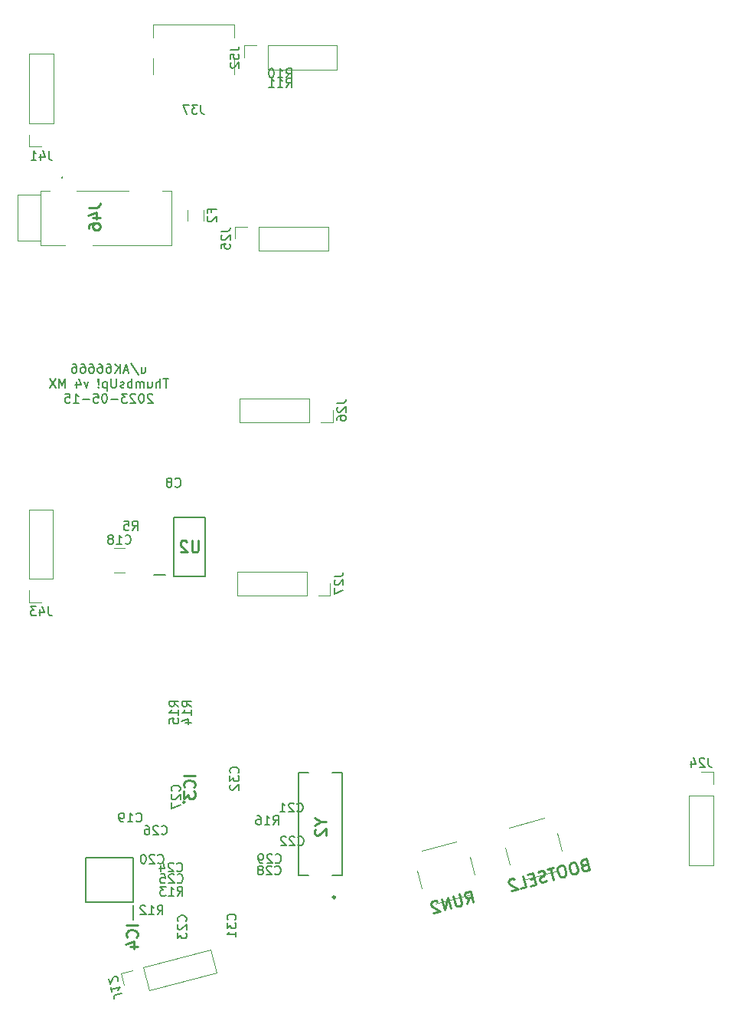
<source format=gbr>
G04 #@! TF.GenerationSoftware,KiCad,Pcbnew,(5.1.4)-1*
G04 #@! TF.CreationDate,2023-06-13T20:26:26-04:00*
G04 #@! TF.ProjectId,ThumbsUp,5468756d-6273-4557-902e-6b696361645f,rev?*
G04 #@! TF.SameCoordinates,Original*
G04 #@! TF.FileFunction,Legend,Bot*
G04 #@! TF.FilePolarity,Positive*
%FSLAX46Y46*%
G04 Gerber Fmt 4.6, Leading zero omitted, Abs format (unit mm)*
G04 Created by KiCad (PCBNEW (5.1.4)-1) date 2023-06-13 20:26:26*
%MOMM*%
%LPD*%
G04 APERTURE LIST*
%ADD10C,0.150000*%
%ADD11C,0.100000*%
%ADD12C,0.200000*%
%ADD13C,0.120000*%
%ADD14C,0.254000*%
G04 APERTURE END LIST*
D10*
X166519047Y-405035714D02*
X166519047Y-405702380D01*
X166947619Y-405035714D02*
X166947619Y-405559523D01*
X166900000Y-405654761D01*
X166804761Y-405702380D01*
X166661904Y-405702380D01*
X166566666Y-405654761D01*
X166519047Y-405607142D01*
X165328571Y-404654761D02*
X166185714Y-405940476D01*
X165042857Y-405416666D02*
X164566666Y-405416666D01*
X165138095Y-405702380D02*
X164804761Y-404702380D01*
X164471428Y-405702380D01*
X164138095Y-405702380D02*
X164138095Y-404702380D01*
X163566666Y-405702380D02*
X163995238Y-405130952D01*
X163566666Y-404702380D02*
X164138095Y-405273809D01*
X162709523Y-404702380D02*
X162900000Y-404702380D01*
X162995238Y-404750000D01*
X163042857Y-404797619D01*
X163138095Y-404940476D01*
X163185714Y-405130952D01*
X163185714Y-405511904D01*
X163138095Y-405607142D01*
X163090476Y-405654761D01*
X162995238Y-405702380D01*
X162804761Y-405702380D01*
X162709523Y-405654761D01*
X162661904Y-405607142D01*
X162614285Y-405511904D01*
X162614285Y-405273809D01*
X162661904Y-405178571D01*
X162709523Y-405130952D01*
X162804761Y-405083333D01*
X162995238Y-405083333D01*
X163090476Y-405130952D01*
X163138095Y-405178571D01*
X163185714Y-405273809D01*
X161757142Y-404702380D02*
X161947619Y-404702380D01*
X162042857Y-404750000D01*
X162090476Y-404797619D01*
X162185714Y-404940476D01*
X162233333Y-405130952D01*
X162233333Y-405511904D01*
X162185714Y-405607142D01*
X162138095Y-405654761D01*
X162042857Y-405702380D01*
X161852380Y-405702380D01*
X161757142Y-405654761D01*
X161709523Y-405607142D01*
X161661904Y-405511904D01*
X161661904Y-405273809D01*
X161709523Y-405178571D01*
X161757142Y-405130952D01*
X161852380Y-405083333D01*
X162042857Y-405083333D01*
X162138095Y-405130952D01*
X162185714Y-405178571D01*
X162233333Y-405273809D01*
X160804761Y-404702380D02*
X160995238Y-404702380D01*
X161090476Y-404750000D01*
X161138095Y-404797619D01*
X161233333Y-404940476D01*
X161280952Y-405130952D01*
X161280952Y-405511904D01*
X161233333Y-405607142D01*
X161185714Y-405654761D01*
X161090476Y-405702380D01*
X160900000Y-405702380D01*
X160804761Y-405654761D01*
X160757142Y-405607142D01*
X160709523Y-405511904D01*
X160709523Y-405273809D01*
X160757142Y-405178571D01*
X160804761Y-405130952D01*
X160900000Y-405083333D01*
X161090476Y-405083333D01*
X161185714Y-405130952D01*
X161233333Y-405178571D01*
X161280952Y-405273809D01*
X159852380Y-404702380D02*
X160042857Y-404702380D01*
X160138095Y-404750000D01*
X160185714Y-404797619D01*
X160280952Y-404940476D01*
X160328571Y-405130952D01*
X160328571Y-405511904D01*
X160280952Y-405607142D01*
X160233333Y-405654761D01*
X160138095Y-405702380D01*
X159947619Y-405702380D01*
X159852380Y-405654761D01*
X159804761Y-405607142D01*
X159757142Y-405511904D01*
X159757142Y-405273809D01*
X159804761Y-405178571D01*
X159852380Y-405130952D01*
X159947619Y-405083333D01*
X160138095Y-405083333D01*
X160233333Y-405130952D01*
X160280952Y-405178571D01*
X160328571Y-405273809D01*
X158900000Y-404702380D02*
X159090476Y-404702380D01*
X159185714Y-404750000D01*
X159233333Y-404797619D01*
X159328571Y-404940476D01*
X159376190Y-405130952D01*
X159376190Y-405511904D01*
X159328571Y-405607142D01*
X159280952Y-405654761D01*
X159185714Y-405702380D01*
X158995238Y-405702380D01*
X158900000Y-405654761D01*
X158852380Y-405607142D01*
X158804761Y-405511904D01*
X158804761Y-405273809D01*
X158852380Y-405178571D01*
X158900000Y-405130952D01*
X158995238Y-405083333D01*
X159185714Y-405083333D01*
X159280952Y-405130952D01*
X159328571Y-405178571D01*
X159376190Y-405273809D01*
X169495238Y-406352380D02*
X168923809Y-406352380D01*
X169209523Y-407352380D02*
X169209523Y-406352380D01*
X168590476Y-407352380D02*
X168590476Y-406352380D01*
X168161904Y-407352380D02*
X168161904Y-406828571D01*
X168209523Y-406733333D01*
X168304761Y-406685714D01*
X168447619Y-406685714D01*
X168542857Y-406733333D01*
X168590476Y-406780952D01*
X167257142Y-406685714D02*
X167257142Y-407352380D01*
X167685714Y-406685714D02*
X167685714Y-407209523D01*
X167638095Y-407304761D01*
X167542857Y-407352380D01*
X167400000Y-407352380D01*
X167304761Y-407304761D01*
X167257142Y-407257142D01*
X166780952Y-407352380D02*
X166780952Y-406685714D01*
X166780952Y-406780952D02*
X166733333Y-406733333D01*
X166638095Y-406685714D01*
X166495238Y-406685714D01*
X166400000Y-406733333D01*
X166352380Y-406828571D01*
X166352380Y-407352380D01*
X166352380Y-406828571D02*
X166304761Y-406733333D01*
X166209523Y-406685714D01*
X166066666Y-406685714D01*
X165971428Y-406733333D01*
X165923809Y-406828571D01*
X165923809Y-407352380D01*
X165447619Y-407352380D02*
X165447619Y-406352380D01*
X165447619Y-406733333D02*
X165352380Y-406685714D01*
X165161904Y-406685714D01*
X165066666Y-406733333D01*
X165019047Y-406780952D01*
X164971428Y-406876190D01*
X164971428Y-407161904D01*
X165019047Y-407257142D01*
X165066666Y-407304761D01*
X165161904Y-407352380D01*
X165352380Y-407352380D01*
X165447619Y-407304761D01*
X164590476Y-407304761D02*
X164495238Y-407352380D01*
X164304761Y-407352380D01*
X164209523Y-407304761D01*
X164161904Y-407209523D01*
X164161904Y-407161904D01*
X164209523Y-407066666D01*
X164304761Y-407019047D01*
X164447619Y-407019047D01*
X164542857Y-406971428D01*
X164590476Y-406876190D01*
X164590476Y-406828571D01*
X164542857Y-406733333D01*
X164447619Y-406685714D01*
X164304761Y-406685714D01*
X164209523Y-406733333D01*
X163733333Y-406352380D02*
X163733333Y-407161904D01*
X163685714Y-407257142D01*
X163638095Y-407304761D01*
X163542857Y-407352380D01*
X163352380Y-407352380D01*
X163257142Y-407304761D01*
X163209523Y-407257142D01*
X163161904Y-407161904D01*
X163161904Y-406352380D01*
X162685714Y-406685714D02*
X162685714Y-407685714D01*
X162685714Y-406733333D02*
X162590476Y-406685714D01*
X162400000Y-406685714D01*
X162304761Y-406733333D01*
X162257142Y-406780952D01*
X162209523Y-406876190D01*
X162209523Y-407161904D01*
X162257142Y-407257142D01*
X162304761Y-407304761D01*
X162400000Y-407352380D01*
X162590476Y-407352380D01*
X162685714Y-407304761D01*
X161780952Y-407257142D02*
X161733333Y-407304761D01*
X161780952Y-407352380D01*
X161828571Y-407304761D01*
X161780952Y-407257142D01*
X161780952Y-407352380D01*
X161780952Y-406971428D02*
X161828571Y-406400000D01*
X161780952Y-406352380D01*
X161733333Y-406400000D01*
X161780952Y-406971428D01*
X161780952Y-406352380D01*
X160638095Y-406685714D02*
X160400000Y-407352380D01*
X160161904Y-406685714D01*
X159352380Y-406685714D02*
X159352380Y-407352380D01*
X159590476Y-406304761D02*
X159828571Y-407019047D01*
X159209523Y-407019047D01*
X158066666Y-407352380D02*
X158066666Y-406352380D01*
X157733333Y-407066666D01*
X157400000Y-406352380D01*
X157400000Y-407352380D01*
X157019047Y-406352380D02*
X156352380Y-407352380D01*
X156352380Y-406352380D02*
X157019047Y-407352380D01*
X167757142Y-408097619D02*
X167709523Y-408050000D01*
X167614285Y-408002380D01*
X167376190Y-408002380D01*
X167280952Y-408050000D01*
X167233333Y-408097619D01*
X167185714Y-408192857D01*
X167185714Y-408288095D01*
X167233333Y-408430952D01*
X167804761Y-409002380D01*
X167185714Y-409002380D01*
X166566666Y-408002380D02*
X166471428Y-408002380D01*
X166376190Y-408050000D01*
X166328571Y-408097619D01*
X166280952Y-408192857D01*
X166233333Y-408383333D01*
X166233333Y-408621428D01*
X166280952Y-408811904D01*
X166328571Y-408907142D01*
X166376190Y-408954761D01*
X166471428Y-409002380D01*
X166566666Y-409002380D01*
X166661904Y-408954761D01*
X166709523Y-408907142D01*
X166757142Y-408811904D01*
X166804761Y-408621428D01*
X166804761Y-408383333D01*
X166757142Y-408192857D01*
X166709523Y-408097619D01*
X166661904Y-408050000D01*
X166566666Y-408002380D01*
X165852380Y-408097619D02*
X165804761Y-408050000D01*
X165709523Y-408002380D01*
X165471428Y-408002380D01*
X165376190Y-408050000D01*
X165328571Y-408097619D01*
X165280952Y-408192857D01*
X165280952Y-408288095D01*
X165328571Y-408430952D01*
X165900000Y-409002380D01*
X165280952Y-409002380D01*
X164947619Y-408002380D02*
X164328571Y-408002380D01*
X164661904Y-408383333D01*
X164519047Y-408383333D01*
X164423809Y-408430952D01*
X164376190Y-408478571D01*
X164328571Y-408573809D01*
X164328571Y-408811904D01*
X164376190Y-408907142D01*
X164423809Y-408954761D01*
X164519047Y-409002380D01*
X164804761Y-409002380D01*
X164900000Y-408954761D01*
X164947619Y-408907142D01*
X163900000Y-408621428D02*
X163138095Y-408621428D01*
X162471428Y-408002380D02*
X162376190Y-408002380D01*
X162280952Y-408050000D01*
X162233333Y-408097619D01*
X162185714Y-408192857D01*
X162138095Y-408383333D01*
X162138095Y-408621428D01*
X162185714Y-408811904D01*
X162233333Y-408907142D01*
X162280952Y-408954761D01*
X162376190Y-409002380D01*
X162471428Y-409002380D01*
X162566666Y-408954761D01*
X162614285Y-408907142D01*
X162661904Y-408811904D01*
X162709523Y-408621428D01*
X162709523Y-408383333D01*
X162661904Y-408192857D01*
X162614285Y-408097619D01*
X162566666Y-408050000D01*
X162471428Y-408002380D01*
X161233333Y-408002380D02*
X161709523Y-408002380D01*
X161757142Y-408478571D01*
X161709523Y-408430952D01*
X161614285Y-408383333D01*
X161376190Y-408383333D01*
X161280952Y-408430952D01*
X161233333Y-408478571D01*
X161185714Y-408573809D01*
X161185714Y-408811904D01*
X161233333Y-408907142D01*
X161280952Y-408954761D01*
X161376190Y-409002380D01*
X161614285Y-409002380D01*
X161709523Y-408954761D01*
X161757142Y-408907142D01*
X160757142Y-408621428D02*
X159995238Y-408621428D01*
X158995238Y-409002380D02*
X159566666Y-409002380D01*
X159280952Y-409002380D02*
X159280952Y-408002380D01*
X159376190Y-408145238D01*
X159471428Y-408240476D01*
X159566666Y-408288095D01*
X158090476Y-408002380D02*
X158566666Y-408002380D01*
X158614285Y-408478571D01*
X158566666Y-408430952D01*
X158471428Y-408383333D01*
X158233333Y-408383333D01*
X158138095Y-408430952D01*
X158090476Y-408478571D01*
X158042857Y-408573809D01*
X158042857Y-408811904D01*
X158090476Y-408907142D01*
X158138095Y-408954761D01*
X158233333Y-409002380D01*
X158471428Y-409002380D01*
X158566666Y-408954761D01*
X158614285Y-408907142D01*
D11*
X213056922Y-458483959D02*
X212535913Y-456553014D01*
X207264087Y-460046986D02*
X206743078Y-458116041D01*
X208750568Y-461717427D02*
X212612459Y-460675409D01*
X207187541Y-455924591D02*
X211049432Y-454882573D01*
D12*
X167850000Y-428040000D02*
X169150000Y-428040000D01*
X170098000Y-421673000D02*
X170098000Y-428177000D01*
X173602000Y-421673000D02*
X170098000Y-421673000D01*
X173602000Y-428177000D02*
X173602000Y-421673000D01*
X170098000Y-428177000D02*
X173602000Y-428177000D01*
D13*
X177880000Y-369530000D02*
X177880000Y-370860000D01*
X179210000Y-369530000D02*
X177880000Y-369530000D01*
X180480000Y-369530000D02*
X180480000Y-372190000D01*
X180480000Y-372190000D02*
X188160000Y-372190000D01*
X180480000Y-369530000D02*
X188160000Y-369530000D01*
X188160000Y-369530000D02*
X188160000Y-372190000D01*
X164682064Y-427790000D02*
X163477936Y-427790000D01*
X164682064Y-425070000D02*
X163477936Y-425070000D01*
D11*
X203356922Y-461083959D02*
X202835913Y-459153014D01*
X197564087Y-462646986D02*
X197043078Y-460716041D01*
X199050568Y-464317427D02*
X202912459Y-463275409D01*
X197487541Y-458524591D02*
X201349432Y-457482573D01*
D13*
X167805000Y-372720000D02*
X167805000Y-370920000D01*
X167805000Y-367210000D02*
X167805000Y-368670000D01*
X176745000Y-367210000D02*
X176745000Y-368670000D01*
X176745000Y-372720000D02*
X176745000Y-370920000D01*
X176745000Y-367210000D02*
X167805000Y-367210000D01*
X171615000Y-388877064D02*
X171615000Y-387672936D01*
X173435000Y-388877064D02*
X173435000Y-387672936D01*
X187386722Y-430287847D02*
X187386722Y-428957847D01*
X186056722Y-430287847D02*
X187386722Y-430287847D01*
X184786722Y-430287847D02*
X184786722Y-427627847D01*
X184786722Y-427627847D02*
X177106722Y-427627847D01*
X184786722Y-430287847D02*
X177106722Y-430287847D01*
X177106722Y-430287847D02*
X177106722Y-427627847D01*
X229742025Y-449780322D02*
X228412025Y-449780322D01*
X229742025Y-451110322D02*
X229742025Y-449780322D01*
X229742025Y-452380322D02*
X227082025Y-452380322D01*
X227082025Y-452380322D02*
X227082025Y-460060322D01*
X229742025Y-452380322D02*
X229742025Y-460060322D01*
X229742025Y-460060322D02*
X227082025Y-460060322D01*
X154082019Y-431060280D02*
X155412019Y-431060280D01*
X154082019Y-429730280D02*
X154082019Y-431060280D01*
X154082019Y-428460280D02*
X156742019Y-428460280D01*
X156742019Y-428460280D02*
X156742019Y-420780280D01*
X154082019Y-428460280D02*
X154082019Y-420780280D01*
X154082019Y-420780280D02*
X156742019Y-420780280D01*
X187689012Y-411172011D02*
X187689012Y-409842011D01*
X186359012Y-411172011D02*
X187689012Y-411172011D01*
X185089012Y-411172011D02*
X185089012Y-408512011D01*
X185089012Y-408512011D02*
X177409012Y-408512011D01*
X185089012Y-411172011D02*
X177409012Y-411172011D01*
X177409012Y-411172011D02*
X177409012Y-408512011D01*
X154128726Y-380710794D02*
X155458726Y-380710794D01*
X154128726Y-379380794D02*
X154128726Y-380710794D01*
X154128726Y-378110794D02*
X156788726Y-378110794D01*
X156788726Y-378110794D02*
X156788726Y-370430794D01*
X154128726Y-378110794D02*
X154128726Y-370430794D01*
X154128726Y-370430794D02*
X156788726Y-370430794D01*
D12*
X157750000Y-384150000D02*
G75*
G03X157750000Y-384050000I0J50000D01*
G01*
X157750000Y-384050000D02*
G75*
G03X157750000Y-384150000I0J-50000D01*
G01*
X157750000Y-384150000D02*
G75*
G03X157750000Y-384050000I0J50000D01*
G01*
X157750000Y-384050000D02*
X157750000Y-384050000D01*
X157750000Y-384150000D02*
X157750000Y-384150000D01*
X157750000Y-384050000D02*
X157750000Y-384050000D01*
D11*
X159350000Y-385575000D02*
X165100000Y-385575000D01*
X159350000Y-385575000D02*
X159350000Y-385575000D01*
X165100000Y-385575000D02*
X159350000Y-385575000D01*
X165100000Y-385575000D02*
X165100000Y-385575000D01*
X168850000Y-385575000D02*
X169850000Y-385575000D01*
X168850000Y-385575000D02*
X168850000Y-385575000D01*
X169850000Y-385575000D02*
X168850000Y-385575000D01*
X169850000Y-385575000D02*
X169850000Y-385575000D01*
X169850000Y-391575000D02*
X169850000Y-391575000D01*
X169850000Y-385575000D02*
X169850000Y-391575000D01*
X169850000Y-385575000D02*
X169850000Y-385575000D01*
X169850000Y-391575000D02*
X169850000Y-385575000D01*
X169850000Y-391575000D02*
X161100000Y-391575000D01*
X169850000Y-391575000D02*
X169850000Y-391575000D01*
X161100000Y-391575000D02*
X169850000Y-391575000D01*
X161100000Y-391575000D02*
X161100000Y-391575000D01*
X158100000Y-391575000D02*
X155350000Y-391575000D01*
X158100000Y-391575000D02*
X158100000Y-391575000D01*
X155350000Y-391575000D02*
X158100000Y-391575000D01*
X155350000Y-391575000D02*
X155350000Y-391575000D01*
X155350000Y-391100000D02*
X155350000Y-391100000D01*
X155350000Y-391575000D02*
X155350000Y-391100000D01*
X155350000Y-391575000D02*
X155350000Y-391575000D01*
X155350000Y-391100000D02*
X155350000Y-391575000D01*
X152850000Y-386050000D02*
X155350000Y-386050000D01*
X152850000Y-391075000D02*
X152850000Y-386050000D01*
X155350000Y-391075000D02*
X152850000Y-391075000D01*
X155350000Y-386050000D02*
X155350000Y-391075000D01*
X155350000Y-385575000D02*
X155350000Y-385575000D01*
X155350000Y-386050000D02*
X155350000Y-385575000D01*
X155350000Y-386050000D02*
X155350000Y-386050000D01*
X155350000Y-385575000D02*
X155350000Y-386050000D01*
X155350000Y-385575000D02*
X156350000Y-385575000D01*
X155350000Y-385575000D02*
X155350000Y-385575000D01*
X156350000Y-385575000D02*
X155350000Y-385575000D01*
X156350000Y-385575000D02*
X156350000Y-385575000D01*
D13*
X176882025Y-389530322D02*
X176882025Y-390860322D01*
X178212025Y-389530322D02*
X176882025Y-389530322D01*
X179482025Y-389530322D02*
X179482025Y-392190322D01*
X179482025Y-392190322D02*
X187162025Y-392190322D01*
X179482025Y-389530322D02*
X187162025Y-389530322D01*
X187162025Y-389530322D02*
X187162025Y-392190322D01*
D14*
X171300000Y-453125000D02*
G75*
G03X171300000Y-453125000I-100000J0D01*
G01*
D13*
X164222759Y-472042071D02*
X164566989Y-473326752D01*
X165507441Y-471697842D02*
X164222759Y-472042071D01*
X166734166Y-471369141D02*
X167422625Y-473938504D01*
X167422625Y-473938504D02*
X174840935Y-471950774D01*
X166734166Y-471369141D02*
X174152477Y-469381411D01*
X174152477Y-469381411D02*
X174840935Y-471950774D01*
D12*
X165580000Y-466125000D02*
X165580000Y-464475000D01*
X160360000Y-464125000D02*
X165640000Y-464125000D01*
X160360000Y-459275000D02*
X160360000Y-464125000D01*
X165640000Y-459275000D02*
X160360000Y-459275000D01*
X165640000Y-464125000D02*
X165640000Y-459275000D01*
D14*
X187935880Y-463630000D02*
G75*
G03X187935880Y-463630000I-125880J0D01*
G01*
D12*
X188700000Y-449825000D02*
X187600000Y-449825000D01*
X183900000Y-449825000D02*
X185000000Y-449825000D01*
X183900000Y-461225000D02*
X185000000Y-461225000D01*
X188700000Y-461225000D02*
X187600000Y-461225000D01*
X183900000Y-461225000D02*
X183900000Y-449825000D01*
X188700000Y-461225000D02*
X188700000Y-449825000D01*
D14*
X215459177Y-460064755D02*
X215299767Y-460170406D01*
X215257133Y-460244549D01*
X215230254Y-460377079D01*
X215277517Y-460552243D01*
X215367414Y-460653265D01*
X215441556Y-460695899D01*
X215574087Y-460722779D01*
X216041191Y-460596744D01*
X215710351Y-459370594D01*
X215301634Y-459480874D01*
X215200612Y-459570771D01*
X215157978Y-459644913D01*
X215131099Y-459777444D01*
X215162607Y-459894220D01*
X215252504Y-459995242D01*
X215326647Y-460037876D01*
X215459177Y-460064755D01*
X215867894Y-459954475D01*
X214250648Y-459764452D02*
X214017096Y-459827469D01*
X213916074Y-459917366D01*
X213830806Y-460065651D01*
X213835435Y-460314957D01*
X213945716Y-460723674D01*
X214067121Y-460941472D01*
X214215406Y-461026740D01*
X214347936Y-461053619D01*
X214581489Y-460990602D01*
X214682511Y-460900705D01*
X214767778Y-460752420D01*
X214763149Y-460503114D01*
X214652869Y-460094397D01*
X214531463Y-459876599D01*
X214383179Y-459791331D01*
X214250648Y-459764452D01*
X212966110Y-460111047D02*
X212732557Y-460174064D01*
X212631535Y-460263961D01*
X212546268Y-460412246D01*
X212550897Y-460661552D01*
X212661177Y-461070269D01*
X212782583Y-461288067D01*
X212930867Y-461373335D01*
X213063398Y-461400214D01*
X213296950Y-461337197D01*
X213397972Y-461247300D01*
X213483240Y-461099015D01*
X213478611Y-460849709D01*
X213368330Y-460440992D01*
X213246925Y-460223194D01*
X213098640Y-460137926D01*
X212966110Y-460111047D01*
X212090288Y-460347362D02*
X211389631Y-460536413D01*
X212070800Y-461668038D02*
X211739959Y-460441888D01*
X211354389Y-461798701D02*
X211194979Y-461904353D01*
X210903038Y-461983124D01*
X210770507Y-461956245D01*
X210696365Y-461913611D01*
X210606468Y-461812589D01*
X210574960Y-461695813D01*
X210601839Y-461563282D01*
X210644473Y-461489140D01*
X210745495Y-461399243D01*
X210963293Y-461277838D01*
X211064315Y-461187941D01*
X211106949Y-461113799D01*
X211133828Y-460981268D01*
X211102319Y-460864492D01*
X211012423Y-460763470D01*
X210938280Y-460720836D01*
X210805750Y-460693957D01*
X210513809Y-460772728D01*
X210354399Y-460878379D01*
X209970695Y-461545661D02*
X209561978Y-461655941D01*
X209560112Y-462345474D02*
X210143993Y-462187930D01*
X209813152Y-460961780D01*
X209229271Y-461119323D01*
X208450738Y-462644806D02*
X209034619Y-462487262D01*
X208703778Y-461261112D01*
X207801077Y-461629958D02*
X207726934Y-461587324D01*
X207594404Y-461560444D01*
X207302463Y-461639216D01*
X207201441Y-461729113D01*
X207158808Y-461803255D01*
X207131928Y-461935786D01*
X207163437Y-462052562D01*
X207269088Y-462211972D01*
X208158797Y-462723577D01*
X207399752Y-462928383D01*
X172817619Y-424229523D02*
X172817619Y-425257619D01*
X172757142Y-425378571D01*
X172696666Y-425439047D01*
X172575714Y-425499523D01*
X172333809Y-425499523D01*
X172212857Y-425439047D01*
X172152380Y-425378571D01*
X172091904Y-425257619D01*
X172091904Y-424229523D01*
X171547619Y-424350476D02*
X171487142Y-424290000D01*
X171366190Y-424229523D01*
X171063809Y-424229523D01*
X170942857Y-424290000D01*
X170882380Y-424350476D01*
X170821904Y-424471428D01*
X170821904Y-424592380D01*
X170882380Y-424773809D01*
X171608095Y-425499523D01*
X170821904Y-425499523D01*
D10*
X176332380Y-370050476D02*
X177046666Y-370050476D01*
X177189523Y-370002857D01*
X177284761Y-369907619D01*
X177332380Y-369764761D01*
X177332380Y-369669523D01*
X176332380Y-371002857D02*
X176332380Y-370526666D01*
X176808571Y-370479047D01*
X176760952Y-370526666D01*
X176713333Y-370621904D01*
X176713333Y-370860000D01*
X176760952Y-370955238D01*
X176808571Y-371002857D01*
X176903809Y-371050476D01*
X177141904Y-371050476D01*
X177237142Y-371002857D01*
X177284761Y-370955238D01*
X177332380Y-370860000D01*
X177332380Y-370621904D01*
X177284761Y-370526666D01*
X177237142Y-370479047D01*
X176427619Y-371431428D02*
X176380000Y-371479047D01*
X176332380Y-371574285D01*
X176332380Y-371812380D01*
X176380000Y-371907619D01*
X176427619Y-371955238D01*
X176522857Y-372002857D01*
X176618095Y-372002857D01*
X176760952Y-371955238D01*
X177332380Y-371383809D01*
X177332380Y-372002857D01*
X164722857Y-424507142D02*
X164770476Y-424554761D01*
X164913333Y-424602380D01*
X165008571Y-424602380D01*
X165151428Y-424554761D01*
X165246666Y-424459523D01*
X165294285Y-424364285D01*
X165341904Y-424173809D01*
X165341904Y-424030952D01*
X165294285Y-423840476D01*
X165246666Y-423745238D01*
X165151428Y-423650000D01*
X165008571Y-423602380D01*
X164913333Y-423602380D01*
X164770476Y-423650000D01*
X164722857Y-423697619D01*
X163770476Y-424602380D02*
X164341904Y-424602380D01*
X164056190Y-424602380D02*
X164056190Y-423602380D01*
X164151428Y-423745238D01*
X164246666Y-423840476D01*
X164341904Y-423888095D01*
X163199047Y-424030952D02*
X163294285Y-423983333D01*
X163341904Y-423935714D01*
X163389523Y-423840476D01*
X163389523Y-423792857D01*
X163341904Y-423697619D01*
X163294285Y-423650000D01*
X163199047Y-423602380D01*
X163008571Y-423602380D01*
X162913333Y-423650000D01*
X162865714Y-423697619D01*
X162818095Y-423792857D01*
X162818095Y-423840476D01*
X162865714Y-423935714D01*
X162913333Y-423983333D01*
X163008571Y-424030952D01*
X163199047Y-424030952D01*
X163294285Y-424078571D01*
X163341904Y-424126190D01*
X163389523Y-424221428D01*
X163389523Y-424411904D01*
X163341904Y-424507142D01*
X163294285Y-424554761D01*
X163199047Y-424602380D01*
X163008571Y-424602380D01*
X162913333Y-424554761D01*
X162865714Y-424507142D01*
X162818095Y-424411904D01*
X162818095Y-424221428D01*
X162865714Y-424126190D01*
X162913333Y-424078571D01*
X163008571Y-424030952D01*
D14*
X202538562Y-464352951D02*
X202789736Y-463658790D01*
X203239220Y-464163900D02*
X202908379Y-462937749D01*
X202441274Y-463063784D01*
X202340252Y-463153681D01*
X202297618Y-463227823D01*
X202270739Y-463360354D01*
X202318002Y-463535518D01*
X202407899Y-463636540D01*
X202482041Y-463679174D01*
X202614571Y-463706053D01*
X203081676Y-463580018D01*
X201682229Y-463268590D02*
X201950052Y-464261188D01*
X201923173Y-464393718D01*
X201880539Y-464467861D01*
X201779517Y-464557758D01*
X201545964Y-464620775D01*
X201413434Y-464593895D01*
X201339291Y-464551262D01*
X201249395Y-464450240D01*
X200981571Y-463457642D01*
X200728531Y-464841335D02*
X200397690Y-463615185D01*
X200027874Y-465030387D01*
X199697033Y-463804237D01*
X199203049Y-464062802D02*
X199128906Y-464020168D01*
X198996376Y-463993289D01*
X198704435Y-464072060D01*
X198603413Y-464161957D01*
X198560779Y-464236099D01*
X198533900Y-464368630D01*
X198565409Y-464485406D01*
X198671060Y-464644816D01*
X199560769Y-465156422D01*
X198801723Y-465361228D01*
D10*
X173084523Y-376082380D02*
X173084523Y-376796666D01*
X173132142Y-376939523D01*
X173227380Y-377034761D01*
X173370238Y-377082380D01*
X173465476Y-377082380D01*
X172703571Y-376082380D02*
X172084523Y-376082380D01*
X172417857Y-376463333D01*
X172275000Y-376463333D01*
X172179761Y-376510952D01*
X172132142Y-376558571D01*
X172084523Y-376653809D01*
X172084523Y-376891904D01*
X172132142Y-376987142D01*
X172179761Y-377034761D01*
X172275000Y-377082380D01*
X172560714Y-377082380D01*
X172655952Y-377034761D01*
X172703571Y-376987142D01*
X171751190Y-376082380D02*
X171084523Y-376082380D01*
X171513095Y-377082380D01*
X168292857Y-465527380D02*
X168626190Y-465051190D01*
X168864285Y-465527380D02*
X168864285Y-464527380D01*
X168483333Y-464527380D01*
X168388095Y-464575000D01*
X168340476Y-464622619D01*
X168292857Y-464717857D01*
X168292857Y-464860714D01*
X168340476Y-464955952D01*
X168388095Y-465003571D01*
X168483333Y-465051190D01*
X168864285Y-465051190D01*
X167340476Y-465527380D02*
X167911904Y-465527380D01*
X167626190Y-465527380D02*
X167626190Y-464527380D01*
X167721428Y-464670238D01*
X167816666Y-464765476D01*
X167911904Y-464813095D01*
X166959523Y-464622619D02*
X166911904Y-464575000D01*
X166816666Y-464527380D01*
X166578571Y-464527380D01*
X166483333Y-464575000D01*
X166435714Y-464622619D01*
X166388095Y-464717857D01*
X166388095Y-464813095D01*
X166435714Y-464955952D01*
X167007142Y-465527380D01*
X166388095Y-465527380D01*
X177202142Y-449867142D02*
X177249761Y-449819523D01*
X177297380Y-449676666D01*
X177297380Y-449581428D01*
X177249761Y-449438571D01*
X177154523Y-449343333D01*
X177059285Y-449295714D01*
X176868809Y-449248095D01*
X176725952Y-449248095D01*
X176535476Y-449295714D01*
X176440238Y-449343333D01*
X176345000Y-449438571D01*
X176297380Y-449581428D01*
X176297380Y-449676666D01*
X176345000Y-449819523D01*
X176392619Y-449867142D01*
X176297380Y-450200476D02*
X176297380Y-450819523D01*
X176678333Y-450486190D01*
X176678333Y-450629047D01*
X176725952Y-450724285D01*
X176773571Y-450771904D01*
X176868809Y-450819523D01*
X177106904Y-450819523D01*
X177202142Y-450771904D01*
X177249761Y-450724285D01*
X177297380Y-450629047D01*
X177297380Y-450343333D01*
X177249761Y-450248095D01*
X177202142Y-450200476D01*
X176392619Y-451200476D02*
X176345000Y-451248095D01*
X176297380Y-451343333D01*
X176297380Y-451581428D01*
X176345000Y-451676666D01*
X176392619Y-451724285D01*
X176487857Y-451771904D01*
X176583095Y-451771904D01*
X176725952Y-451724285D01*
X177297380Y-451152857D01*
X177297380Y-451771904D01*
X182527857Y-374162380D02*
X182861190Y-373686190D01*
X183099285Y-374162380D02*
X183099285Y-373162380D01*
X182718333Y-373162380D01*
X182623095Y-373210000D01*
X182575476Y-373257619D01*
X182527857Y-373352857D01*
X182527857Y-373495714D01*
X182575476Y-373590952D01*
X182623095Y-373638571D01*
X182718333Y-373686190D01*
X183099285Y-373686190D01*
X181575476Y-374162380D02*
X182146904Y-374162380D01*
X181861190Y-374162380D02*
X181861190Y-373162380D01*
X181956428Y-373305238D01*
X182051666Y-373400476D01*
X182146904Y-373448095D01*
X180623095Y-374162380D02*
X181194523Y-374162380D01*
X180908809Y-374162380D02*
X180908809Y-373162380D01*
X181004047Y-373305238D01*
X181099285Y-373400476D01*
X181194523Y-373448095D01*
X181292857Y-461057142D02*
X181340476Y-461104761D01*
X181483333Y-461152380D01*
X181578571Y-461152380D01*
X181721428Y-461104761D01*
X181816666Y-461009523D01*
X181864285Y-460914285D01*
X181911904Y-460723809D01*
X181911904Y-460580952D01*
X181864285Y-460390476D01*
X181816666Y-460295238D01*
X181721428Y-460200000D01*
X181578571Y-460152380D01*
X181483333Y-460152380D01*
X181340476Y-460200000D01*
X181292857Y-460247619D01*
X180911904Y-460247619D02*
X180864285Y-460200000D01*
X180769047Y-460152380D01*
X180530952Y-460152380D01*
X180435714Y-460200000D01*
X180388095Y-460247619D01*
X180340476Y-460342857D01*
X180340476Y-460438095D01*
X180388095Y-460580952D01*
X180959523Y-461152380D01*
X180340476Y-461152380D01*
X179769047Y-460580952D02*
X179864285Y-460533333D01*
X179911904Y-460485714D01*
X179959523Y-460390476D01*
X179959523Y-460342857D01*
X179911904Y-460247619D01*
X179864285Y-460200000D01*
X179769047Y-460152380D01*
X179578571Y-460152380D01*
X179483333Y-460200000D01*
X179435714Y-460247619D01*
X179388095Y-460342857D01*
X179388095Y-460390476D01*
X179435714Y-460485714D01*
X179483333Y-460533333D01*
X179578571Y-460580952D01*
X179769047Y-460580952D01*
X179864285Y-460628571D01*
X179911904Y-460676190D01*
X179959523Y-460771428D01*
X179959523Y-460961904D01*
X179911904Y-461057142D01*
X179864285Y-461104761D01*
X179769047Y-461152380D01*
X179578571Y-461152380D01*
X179483333Y-461104761D01*
X179435714Y-461057142D01*
X179388095Y-460961904D01*
X179388095Y-460771428D01*
X179435714Y-460676190D01*
X179483333Y-460628571D01*
X179578571Y-460580952D01*
X168742857Y-456607142D02*
X168790476Y-456654761D01*
X168933333Y-456702380D01*
X169028571Y-456702380D01*
X169171428Y-456654761D01*
X169266666Y-456559523D01*
X169314285Y-456464285D01*
X169361904Y-456273809D01*
X169361904Y-456130952D01*
X169314285Y-455940476D01*
X169266666Y-455845238D01*
X169171428Y-455750000D01*
X169028571Y-455702380D01*
X168933333Y-455702380D01*
X168790476Y-455750000D01*
X168742857Y-455797619D01*
X168361904Y-455797619D02*
X168314285Y-455750000D01*
X168219047Y-455702380D01*
X167980952Y-455702380D01*
X167885714Y-455750000D01*
X167838095Y-455797619D01*
X167790476Y-455892857D01*
X167790476Y-455988095D01*
X167838095Y-456130952D01*
X168409523Y-456702380D01*
X167790476Y-456702380D01*
X166933333Y-455702380D02*
X167123809Y-455702380D01*
X167219047Y-455750000D01*
X167266666Y-455797619D01*
X167361904Y-455940476D01*
X167409523Y-456130952D01*
X167409523Y-456511904D01*
X167361904Y-456607142D01*
X167314285Y-456654761D01*
X167219047Y-456702380D01*
X167028571Y-456702380D01*
X166933333Y-456654761D01*
X166885714Y-456607142D01*
X166838095Y-456511904D01*
X166838095Y-456273809D01*
X166885714Y-456178571D01*
X166933333Y-456130952D01*
X167028571Y-456083333D01*
X167219047Y-456083333D01*
X167314285Y-456130952D01*
X167361904Y-456178571D01*
X167409523Y-456273809D01*
X181092857Y-455602380D02*
X181426190Y-455126190D01*
X181664285Y-455602380D02*
X181664285Y-454602380D01*
X181283333Y-454602380D01*
X181188095Y-454650000D01*
X181140476Y-454697619D01*
X181092857Y-454792857D01*
X181092857Y-454935714D01*
X181140476Y-455030952D01*
X181188095Y-455078571D01*
X181283333Y-455126190D01*
X181664285Y-455126190D01*
X180140476Y-455602380D02*
X180711904Y-455602380D01*
X180426190Y-455602380D02*
X180426190Y-454602380D01*
X180521428Y-454745238D01*
X180616666Y-454840476D01*
X180711904Y-454888095D01*
X179283333Y-454602380D02*
X179473809Y-454602380D01*
X179569047Y-454650000D01*
X179616666Y-454697619D01*
X179711904Y-454840476D01*
X179759523Y-455030952D01*
X179759523Y-455411904D01*
X179711904Y-455507142D01*
X179664285Y-455554761D01*
X179569047Y-455602380D01*
X179378571Y-455602380D01*
X179283333Y-455554761D01*
X179235714Y-455507142D01*
X179188095Y-455411904D01*
X179188095Y-455173809D01*
X179235714Y-455078571D01*
X179283333Y-455030952D01*
X179378571Y-454983333D01*
X179569047Y-454983333D01*
X179664285Y-455030952D01*
X179711904Y-455078571D01*
X179759523Y-455173809D01*
X170627380Y-442542142D02*
X170151190Y-442208809D01*
X170627380Y-441970714D02*
X169627380Y-441970714D01*
X169627380Y-442351666D01*
X169675000Y-442446904D01*
X169722619Y-442494523D01*
X169817857Y-442542142D01*
X169960714Y-442542142D01*
X170055952Y-442494523D01*
X170103571Y-442446904D01*
X170151190Y-442351666D01*
X170151190Y-441970714D01*
X170627380Y-443494523D02*
X170627380Y-442923095D01*
X170627380Y-443208809D02*
X169627380Y-443208809D01*
X169770238Y-443113571D01*
X169865476Y-443018333D01*
X169913095Y-442923095D01*
X169627380Y-444399285D02*
X169627380Y-443923095D01*
X170103571Y-443875476D01*
X170055952Y-443923095D01*
X170008333Y-444018333D01*
X170008333Y-444256428D01*
X170055952Y-444351666D01*
X170103571Y-444399285D01*
X170198809Y-444446904D01*
X170436904Y-444446904D01*
X170532142Y-444399285D01*
X170579761Y-444351666D01*
X170627380Y-444256428D01*
X170627380Y-444018333D01*
X170579761Y-443923095D01*
X170532142Y-443875476D01*
X172027380Y-442567142D02*
X171551190Y-442233809D01*
X172027380Y-441995714D02*
X171027380Y-441995714D01*
X171027380Y-442376666D01*
X171075000Y-442471904D01*
X171122619Y-442519523D01*
X171217857Y-442567142D01*
X171360714Y-442567142D01*
X171455952Y-442519523D01*
X171503571Y-442471904D01*
X171551190Y-442376666D01*
X171551190Y-441995714D01*
X172027380Y-443519523D02*
X172027380Y-442948095D01*
X172027380Y-443233809D02*
X171027380Y-443233809D01*
X171170238Y-443138571D01*
X171265476Y-443043333D01*
X171313095Y-442948095D01*
X171360714Y-444376666D02*
X172027380Y-444376666D01*
X170979761Y-444138571D02*
X171694047Y-443900476D01*
X171694047Y-444519523D01*
X165506666Y-423072380D02*
X165840000Y-422596190D01*
X166078095Y-423072380D02*
X166078095Y-422072380D01*
X165697142Y-422072380D01*
X165601904Y-422120000D01*
X165554285Y-422167619D01*
X165506666Y-422262857D01*
X165506666Y-422405714D01*
X165554285Y-422500952D01*
X165601904Y-422548571D01*
X165697142Y-422596190D01*
X166078095Y-422596190D01*
X164601904Y-422072380D02*
X165078095Y-422072380D01*
X165125714Y-422548571D01*
X165078095Y-422500952D01*
X164982857Y-422453333D01*
X164744761Y-422453333D01*
X164649523Y-422500952D01*
X164601904Y-422548571D01*
X164554285Y-422643809D01*
X164554285Y-422881904D01*
X164601904Y-422977142D01*
X164649523Y-423024761D01*
X164744761Y-423072380D01*
X164982857Y-423072380D01*
X165078095Y-423024761D01*
X165125714Y-422977142D01*
X170492857Y-463452380D02*
X170826190Y-462976190D01*
X171064285Y-463452380D02*
X171064285Y-462452380D01*
X170683333Y-462452380D01*
X170588095Y-462500000D01*
X170540476Y-462547619D01*
X170492857Y-462642857D01*
X170492857Y-462785714D01*
X170540476Y-462880952D01*
X170588095Y-462928571D01*
X170683333Y-462976190D01*
X171064285Y-462976190D01*
X169540476Y-463452380D02*
X170111904Y-463452380D01*
X169826190Y-463452380D02*
X169826190Y-462452380D01*
X169921428Y-462595238D01*
X170016666Y-462690476D01*
X170111904Y-462738095D01*
X169207142Y-462452380D02*
X168588095Y-462452380D01*
X168921428Y-462833333D01*
X168778571Y-462833333D01*
X168683333Y-462880952D01*
X168635714Y-462928571D01*
X168588095Y-463023809D01*
X168588095Y-463261904D01*
X168635714Y-463357142D01*
X168683333Y-463404761D01*
X168778571Y-463452380D01*
X169064285Y-463452380D01*
X169159523Y-463404761D01*
X169207142Y-463357142D01*
X182522857Y-373082380D02*
X182856190Y-372606190D01*
X183094285Y-373082380D02*
X183094285Y-372082380D01*
X182713333Y-372082380D01*
X182618095Y-372130000D01*
X182570476Y-372177619D01*
X182522857Y-372272857D01*
X182522857Y-372415714D01*
X182570476Y-372510952D01*
X182618095Y-372558571D01*
X182713333Y-372606190D01*
X183094285Y-372606190D01*
X181570476Y-373082380D02*
X182141904Y-373082380D01*
X181856190Y-373082380D02*
X181856190Y-372082380D01*
X181951428Y-372225238D01*
X182046666Y-372320476D01*
X182141904Y-372368095D01*
X180951428Y-372082380D02*
X180856190Y-372082380D01*
X180760952Y-372130000D01*
X180713333Y-372177619D01*
X180665714Y-372272857D01*
X180618095Y-372463333D01*
X180618095Y-372701428D01*
X180665714Y-372891904D01*
X180713333Y-372987142D01*
X180760952Y-373034761D01*
X180856190Y-373082380D01*
X180951428Y-373082380D01*
X181046666Y-373034761D01*
X181094285Y-372987142D01*
X181141904Y-372891904D01*
X181189523Y-372701428D01*
X181189523Y-372463333D01*
X181141904Y-372272857D01*
X181094285Y-372177619D01*
X181046666Y-372130000D01*
X180951428Y-372082380D01*
X174273571Y-387941666D02*
X174273571Y-387608333D01*
X174797380Y-387608333D02*
X173797380Y-387608333D01*
X173797380Y-388084523D01*
X173892619Y-388417857D02*
X173845000Y-388465476D01*
X173797380Y-388560714D01*
X173797380Y-388798809D01*
X173845000Y-388894047D01*
X173892619Y-388941666D01*
X173987857Y-388989285D01*
X174083095Y-388989285D01*
X174225952Y-388941666D01*
X174797380Y-388370238D01*
X174797380Y-388989285D01*
X176895142Y-466107142D02*
X176942761Y-466059523D01*
X176990380Y-465916666D01*
X176990380Y-465821428D01*
X176942761Y-465678571D01*
X176847523Y-465583333D01*
X176752285Y-465535714D01*
X176561809Y-465488095D01*
X176418952Y-465488095D01*
X176228476Y-465535714D01*
X176133238Y-465583333D01*
X176038000Y-465678571D01*
X175990380Y-465821428D01*
X175990380Y-465916666D01*
X176038000Y-466059523D01*
X176085619Y-466107142D01*
X175990380Y-466440476D02*
X175990380Y-467059523D01*
X176371333Y-466726190D01*
X176371333Y-466869047D01*
X176418952Y-466964285D01*
X176466571Y-467011904D01*
X176561809Y-467059523D01*
X176799904Y-467059523D01*
X176895142Y-467011904D01*
X176942761Y-466964285D01*
X176990380Y-466869047D01*
X176990380Y-466583333D01*
X176942761Y-466488095D01*
X176895142Y-466440476D01*
X176990380Y-468011904D02*
X176990380Y-467440476D01*
X176990380Y-467726190D02*
X175990380Y-467726190D01*
X176133238Y-467630952D01*
X176228476Y-467535714D01*
X176276095Y-467440476D01*
X181342857Y-459757142D02*
X181390476Y-459804761D01*
X181533333Y-459852380D01*
X181628571Y-459852380D01*
X181771428Y-459804761D01*
X181866666Y-459709523D01*
X181914285Y-459614285D01*
X181961904Y-459423809D01*
X181961904Y-459280952D01*
X181914285Y-459090476D01*
X181866666Y-458995238D01*
X181771428Y-458900000D01*
X181628571Y-458852380D01*
X181533333Y-458852380D01*
X181390476Y-458900000D01*
X181342857Y-458947619D01*
X180961904Y-458947619D02*
X180914285Y-458900000D01*
X180819047Y-458852380D01*
X180580952Y-458852380D01*
X180485714Y-458900000D01*
X180438095Y-458947619D01*
X180390476Y-459042857D01*
X180390476Y-459138095D01*
X180438095Y-459280952D01*
X181009523Y-459852380D01*
X180390476Y-459852380D01*
X179914285Y-459852380D02*
X179723809Y-459852380D01*
X179628571Y-459804761D01*
X179580952Y-459757142D01*
X179485714Y-459614285D01*
X179438095Y-459423809D01*
X179438095Y-459042857D01*
X179485714Y-458947619D01*
X179533333Y-458900000D01*
X179628571Y-458852380D01*
X179819047Y-458852380D01*
X179914285Y-458900000D01*
X179961904Y-458947619D01*
X180009523Y-459042857D01*
X180009523Y-459280952D01*
X179961904Y-459376190D01*
X179914285Y-459423809D01*
X179819047Y-459471428D01*
X179628571Y-459471428D01*
X179533333Y-459423809D01*
X179485714Y-459376190D01*
X179438095Y-459280952D01*
X170727142Y-451872142D02*
X170774761Y-451824523D01*
X170822380Y-451681666D01*
X170822380Y-451586428D01*
X170774761Y-451443571D01*
X170679523Y-451348333D01*
X170584285Y-451300714D01*
X170393809Y-451253095D01*
X170250952Y-451253095D01*
X170060476Y-451300714D01*
X169965238Y-451348333D01*
X169870000Y-451443571D01*
X169822380Y-451586428D01*
X169822380Y-451681666D01*
X169870000Y-451824523D01*
X169917619Y-451872142D01*
X169917619Y-452253095D02*
X169870000Y-452300714D01*
X169822380Y-452395952D01*
X169822380Y-452634047D01*
X169870000Y-452729285D01*
X169917619Y-452776904D01*
X170012857Y-452824523D01*
X170108095Y-452824523D01*
X170250952Y-452776904D01*
X170822380Y-452205476D01*
X170822380Y-452824523D01*
X169822380Y-453157857D02*
X169822380Y-453824523D01*
X170822380Y-453395952D01*
X170492857Y-461957142D02*
X170540476Y-462004761D01*
X170683333Y-462052380D01*
X170778571Y-462052380D01*
X170921428Y-462004761D01*
X171016666Y-461909523D01*
X171064285Y-461814285D01*
X171111904Y-461623809D01*
X171111904Y-461480952D01*
X171064285Y-461290476D01*
X171016666Y-461195238D01*
X170921428Y-461100000D01*
X170778571Y-461052380D01*
X170683333Y-461052380D01*
X170540476Y-461100000D01*
X170492857Y-461147619D01*
X170111904Y-461147619D02*
X170064285Y-461100000D01*
X169969047Y-461052380D01*
X169730952Y-461052380D01*
X169635714Y-461100000D01*
X169588095Y-461147619D01*
X169540476Y-461242857D01*
X169540476Y-461338095D01*
X169588095Y-461480952D01*
X170159523Y-462052380D01*
X169540476Y-462052380D01*
X168635714Y-461052380D02*
X169111904Y-461052380D01*
X169159523Y-461528571D01*
X169111904Y-461480952D01*
X169016666Y-461433333D01*
X168778571Y-461433333D01*
X168683333Y-461480952D01*
X168635714Y-461528571D01*
X168588095Y-461623809D01*
X168588095Y-461861904D01*
X168635714Y-461957142D01*
X168683333Y-462004761D01*
X168778571Y-462052380D01*
X169016666Y-462052380D01*
X169111904Y-462004761D01*
X169159523Y-461957142D01*
X170442857Y-460707142D02*
X170490476Y-460754761D01*
X170633333Y-460802380D01*
X170728571Y-460802380D01*
X170871428Y-460754761D01*
X170966666Y-460659523D01*
X171014285Y-460564285D01*
X171061904Y-460373809D01*
X171061904Y-460230952D01*
X171014285Y-460040476D01*
X170966666Y-459945238D01*
X170871428Y-459850000D01*
X170728571Y-459802380D01*
X170633333Y-459802380D01*
X170490476Y-459850000D01*
X170442857Y-459897619D01*
X170061904Y-459897619D02*
X170014285Y-459850000D01*
X169919047Y-459802380D01*
X169680952Y-459802380D01*
X169585714Y-459850000D01*
X169538095Y-459897619D01*
X169490476Y-459992857D01*
X169490476Y-460088095D01*
X169538095Y-460230952D01*
X170109523Y-460802380D01*
X169490476Y-460802380D01*
X168633333Y-460135714D02*
X168633333Y-460802380D01*
X168871428Y-459754761D02*
X169109523Y-460469047D01*
X168490476Y-460469047D01*
X171407142Y-466257142D02*
X171454761Y-466209523D01*
X171502380Y-466066666D01*
X171502380Y-465971428D01*
X171454761Y-465828571D01*
X171359523Y-465733333D01*
X171264285Y-465685714D01*
X171073809Y-465638095D01*
X170930952Y-465638095D01*
X170740476Y-465685714D01*
X170645238Y-465733333D01*
X170550000Y-465828571D01*
X170502380Y-465971428D01*
X170502380Y-466066666D01*
X170550000Y-466209523D01*
X170597619Y-466257142D01*
X170597619Y-466638095D02*
X170550000Y-466685714D01*
X170502380Y-466780952D01*
X170502380Y-467019047D01*
X170550000Y-467114285D01*
X170597619Y-467161904D01*
X170692857Y-467209523D01*
X170788095Y-467209523D01*
X170930952Y-467161904D01*
X171502380Y-466590476D01*
X171502380Y-467209523D01*
X170502380Y-467542857D02*
X170502380Y-468161904D01*
X170883333Y-467828571D01*
X170883333Y-467971428D01*
X170930952Y-468066666D01*
X170978571Y-468114285D01*
X171073809Y-468161904D01*
X171311904Y-468161904D01*
X171407142Y-468114285D01*
X171454761Y-468066666D01*
X171502380Y-467971428D01*
X171502380Y-467685714D01*
X171454761Y-467590476D01*
X171407142Y-467542857D01*
X170256666Y-418227142D02*
X170304285Y-418274761D01*
X170447142Y-418322380D01*
X170542380Y-418322380D01*
X170685238Y-418274761D01*
X170780476Y-418179523D01*
X170828095Y-418084285D01*
X170875714Y-417893809D01*
X170875714Y-417750952D01*
X170828095Y-417560476D01*
X170780476Y-417465238D01*
X170685238Y-417370000D01*
X170542380Y-417322380D01*
X170447142Y-417322380D01*
X170304285Y-417370000D01*
X170256666Y-417417619D01*
X169685238Y-417750952D02*
X169780476Y-417703333D01*
X169828095Y-417655714D01*
X169875714Y-417560476D01*
X169875714Y-417512857D01*
X169828095Y-417417619D01*
X169780476Y-417370000D01*
X169685238Y-417322380D01*
X169494761Y-417322380D01*
X169399523Y-417370000D01*
X169351904Y-417417619D01*
X169304285Y-417512857D01*
X169304285Y-417560476D01*
X169351904Y-417655714D01*
X169399523Y-417703333D01*
X169494761Y-417750952D01*
X169685238Y-417750952D01*
X169780476Y-417798571D01*
X169828095Y-417846190D01*
X169875714Y-417941428D01*
X169875714Y-418131904D01*
X169828095Y-418227142D01*
X169780476Y-418274761D01*
X169685238Y-418322380D01*
X169494761Y-418322380D01*
X169399523Y-418274761D01*
X169351904Y-418227142D01*
X169304285Y-418131904D01*
X169304285Y-417941428D01*
X169351904Y-417846190D01*
X169399523Y-417798571D01*
X169494761Y-417750952D01*
X168342857Y-459807142D02*
X168390476Y-459854761D01*
X168533333Y-459902380D01*
X168628571Y-459902380D01*
X168771428Y-459854761D01*
X168866666Y-459759523D01*
X168914285Y-459664285D01*
X168961904Y-459473809D01*
X168961904Y-459330952D01*
X168914285Y-459140476D01*
X168866666Y-459045238D01*
X168771428Y-458950000D01*
X168628571Y-458902380D01*
X168533333Y-458902380D01*
X168390476Y-458950000D01*
X168342857Y-458997619D01*
X167961904Y-458997619D02*
X167914285Y-458950000D01*
X167819047Y-458902380D01*
X167580952Y-458902380D01*
X167485714Y-458950000D01*
X167438095Y-458997619D01*
X167390476Y-459092857D01*
X167390476Y-459188095D01*
X167438095Y-459330952D01*
X168009523Y-459902380D01*
X167390476Y-459902380D01*
X166771428Y-458902380D02*
X166676190Y-458902380D01*
X166580952Y-458950000D01*
X166533333Y-458997619D01*
X166485714Y-459092857D01*
X166438095Y-459283333D01*
X166438095Y-459521428D01*
X166485714Y-459711904D01*
X166533333Y-459807142D01*
X166580952Y-459854761D01*
X166676190Y-459902380D01*
X166771428Y-459902380D01*
X166866666Y-459854761D01*
X166914285Y-459807142D01*
X166961904Y-459711904D01*
X167009523Y-459521428D01*
X167009523Y-459283333D01*
X166961904Y-459092857D01*
X166914285Y-458997619D01*
X166866666Y-458950000D01*
X166771428Y-458902380D01*
X183842857Y-457807142D02*
X183890476Y-457854761D01*
X184033333Y-457902380D01*
X184128571Y-457902380D01*
X184271428Y-457854761D01*
X184366666Y-457759523D01*
X184414285Y-457664285D01*
X184461904Y-457473809D01*
X184461904Y-457330952D01*
X184414285Y-457140476D01*
X184366666Y-457045238D01*
X184271428Y-456950000D01*
X184128571Y-456902380D01*
X184033333Y-456902380D01*
X183890476Y-456950000D01*
X183842857Y-456997619D01*
X183461904Y-456997619D02*
X183414285Y-456950000D01*
X183319047Y-456902380D01*
X183080952Y-456902380D01*
X182985714Y-456950000D01*
X182938095Y-456997619D01*
X182890476Y-457092857D01*
X182890476Y-457188095D01*
X182938095Y-457330952D01*
X183509523Y-457902380D01*
X182890476Y-457902380D01*
X182509523Y-456997619D02*
X182461904Y-456950000D01*
X182366666Y-456902380D01*
X182128571Y-456902380D01*
X182033333Y-456950000D01*
X181985714Y-456997619D01*
X181938095Y-457092857D01*
X181938095Y-457188095D01*
X181985714Y-457330952D01*
X182557142Y-457902380D01*
X181938095Y-457902380D01*
X183742857Y-454107142D02*
X183790476Y-454154761D01*
X183933333Y-454202380D01*
X184028571Y-454202380D01*
X184171428Y-454154761D01*
X184266666Y-454059523D01*
X184314285Y-453964285D01*
X184361904Y-453773809D01*
X184361904Y-453630952D01*
X184314285Y-453440476D01*
X184266666Y-453345238D01*
X184171428Y-453250000D01*
X184028571Y-453202380D01*
X183933333Y-453202380D01*
X183790476Y-453250000D01*
X183742857Y-453297619D01*
X183361904Y-453297619D02*
X183314285Y-453250000D01*
X183219047Y-453202380D01*
X182980952Y-453202380D01*
X182885714Y-453250000D01*
X182838095Y-453297619D01*
X182790476Y-453392857D01*
X182790476Y-453488095D01*
X182838095Y-453630952D01*
X183409523Y-454202380D01*
X182790476Y-454202380D01*
X181838095Y-454202380D02*
X182409523Y-454202380D01*
X182123809Y-454202380D02*
X182123809Y-453202380D01*
X182219047Y-453345238D01*
X182314285Y-453440476D01*
X182409523Y-453488095D01*
X165942857Y-455207142D02*
X165990476Y-455254761D01*
X166133333Y-455302380D01*
X166228571Y-455302380D01*
X166371428Y-455254761D01*
X166466666Y-455159523D01*
X166514285Y-455064285D01*
X166561904Y-454873809D01*
X166561904Y-454730952D01*
X166514285Y-454540476D01*
X166466666Y-454445238D01*
X166371428Y-454350000D01*
X166228571Y-454302380D01*
X166133333Y-454302380D01*
X165990476Y-454350000D01*
X165942857Y-454397619D01*
X164990476Y-455302380D02*
X165561904Y-455302380D01*
X165276190Y-455302380D02*
X165276190Y-454302380D01*
X165371428Y-454445238D01*
X165466666Y-454540476D01*
X165561904Y-454588095D01*
X164514285Y-455302380D02*
X164323809Y-455302380D01*
X164228571Y-455254761D01*
X164180952Y-455207142D01*
X164085714Y-455064285D01*
X164038095Y-454873809D01*
X164038095Y-454492857D01*
X164085714Y-454397619D01*
X164133333Y-454350000D01*
X164228571Y-454302380D01*
X164419047Y-454302380D01*
X164514285Y-454350000D01*
X164561904Y-454397619D01*
X164609523Y-454492857D01*
X164609523Y-454730952D01*
X164561904Y-454826190D01*
X164514285Y-454873809D01*
X164419047Y-454921428D01*
X164228571Y-454921428D01*
X164133333Y-454873809D01*
X164085714Y-454826190D01*
X164038095Y-454730952D01*
X187839102Y-428148323D02*
X188553388Y-428148323D01*
X188696245Y-428100704D01*
X188791483Y-428005466D01*
X188839102Y-427862608D01*
X188839102Y-427767370D01*
X187934341Y-428576894D02*
X187886722Y-428624513D01*
X187839102Y-428719751D01*
X187839102Y-428957847D01*
X187886722Y-429053085D01*
X187934341Y-429100704D01*
X188029579Y-429148323D01*
X188124817Y-429148323D01*
X188267674Y-429100704D01*
X188839102Y-428529275D01*
X188839102Y-429148323D01*
X187839102Y-429481656D02*
X187839102Y-430148323D01*
X188839102Y-429719751D01*
X229221548Y-448232702D02*
X229221548Y-448946988D01*
X229269167Y-449089845D01*
X229364405Y-449185083D01*
X229507263Y-449232702D01*
X229602501Y-449232702D01*
X228792977Y-448327941D02*
X228745358Y-448280322D01*
X228650120Y-448232702D01*
X228412025Y-448232702D01*
X228316786Y-448280322D01*
X228269167Y-448327941D01*
X228221548Y-448423179D01*
X228221548Y-448518417D01*
X228269167Y-448661274D01*
X228840596Y-449232702D01*
X228221548Y-449232702D01*
X227364405Y-448566036D02*
X227364405Y-449232702D01*
X227602501Y-448185083D02*
X227840596Y-448899369D01*
X227221548Y-448899369D01*
X156221542Y-431512660D02*
X156221542Y-432226946D01*
X156269161Y-432369803D01*
X156364399Y-432465041D01*
X156507257Y-432512660D01*
X156602495Y-432512660D01*
X155316780Y-431845994D02*
X155316780Y-432512660D01*
X155554876Y-431465041D02*
X155792971Y-432179327D01*
X155173923Y-432179327D01*
X154888209Y-431512660D02*
X154269161Y-431512660D01*
X154602495Y-431893613D01*
X154459638Y-431893613D01*
X154364399Y-431941232D01*
X154316780Y-431988851D01*
X154269161Y-432084089D01*
X154269161Y-432322184D01*
X154316780Y-432417422D01*
X154364399Y-432465041D01*
X154459638Y-432512660D01*
X154745352Y-432512660D01*
X154840590Y-432465041D01*
X154888209Y-432417422D01*
X188141392Y-409032487D02*
X188855678Y-409032487D01*
X188998535Y-408984868D01*
X189093773Y-408889630D01*
X189141392Y-408746772D01*
X189141392Y-408651534D01*
X188236631Y-409461058D02*
X188189012Y-409508677D01*
X188141392Y-409603915D01*
X188141392Y-409842011D01*
X188189012Y-409937249D01*
X188236631Y-409984868D01*
X188331869Y-410032487D01*
X188427107Y-410032487D01*
X188569964Y-409984868D01*
X189141392Y-409413439D01*
X189141392Y-410032487D01*
X188141392Y-410889630D02*
X188141392Y-410699153D01*
X188189012Y-410603915D01*
X188236631Y-410556296D01*
X188379488Y-410461058D01*
X188569964Y-410413439D01*
X188950916Y-410413439D01*
X189046154Y-410461058D01*
X189093773Y-410508677D01*
X189141392Y-410603915D01*
X189141392Y-410794391D01*
X189093773Y-410889630D01*
X189046154Y-410937249D01*
X188950916Y-410984868D01*
X188712821Y-410984868D01*
X188617583Y-410937249D01*
X188569964Y-410889630D01*
X188522345Y-410794391D01*
X188522345Y-410603915D01*
X188569964Y-410508677D01*
X188617583Y-410461058D01*
X188712821Y-410413439D01*
X156268249Y-381163174D02*
X156268249Y-381877460D01*
X156315868Y-382020317D01*
X156411106Y-382115555D01*
X156553964Y-382163174D01*
X156649202Y-382163174D01*
X155363487Y-381496508D02*
X155363487Y-382163174D01*
X155601583Y-381115555D02*
X155839678Y-381829841D01*
X155220630Y-381829841D01*
X154315868Y-382163174D02*
X154887297Y-382163174D01*
X154601583Y-382163174D02*
X154601583Y-381163174D01*
X154696821Y-381306032D01*
X154792059Y-381401270D01*
X154887297Y-381448889D01*
D14*
X160654523Y-387421904D02*
X161561666Y-387421904D01*
X161743095Y-387361428D01*
X161864047Y-387240476D01*
X161924523Y-387059047D01*
X161924523Y-386938095D01*
X161077857Y-388570952D02*
X161924523Y-388570952D01*
X160594047Y-388268571D02*
X161501190Y-387966190D01*
X161501190Y-388752380D01*
X160654523Y-389780476D02*
X160654523Y-389538571D01*
X160715000Y-389417619D01*
X160775476Y-389357142D01*
X160956904Y-389236190D01*
X161198809Y-389175714D01*
X161682619Y-389175714D01*
X161803571Y-389236190D01*
X161864047Y-389296666D01*
X161924523Y-389417619D01*
X161924523Y-389659523D01*
X161864047Y-389780476D01*
X161803571Y-389840952D01*
X161682619Y-389901428D01*
X161380238Y-389901428D01*
X161259285Y-389840952D01*
X161198809Y-389780476D01*
X161138333Y-389659523D01*
X161138333Y-389417619D01*
X161198809Y-389296666D01*
X161259285Y-389236190D01*
X161380238Y-389175714D01*
D10*
X175334405Y-390050798D02*
X176048691Y-390050798D01*
X176191548Y-390003179D01*
X176286786Y-389907941D01*
X176334405Y-389765083D01*
X176334405Y-389669845D01*
X175429644Y-390479369D02*
X175382025Y-390526988D01*
X175334405Y-390622226D01*
X175334405Y-390860322D01*
X175382025Y-390955560D01*
X175429644Y-391003179D01*
X175524882Y-391050798D01*
X175620120Y-391050798D01*
X175762977Y-391003179D01*
X176334405Y-390431750D01*
X176334405Y-391050798D01*
X175334405Y-391955560D02*
X175334405Y-391479369D01*
X175810596Y-391431750D01*
X175762977Y-391479369D01*
X175715358Y-391574607D01*
X175715358Y-391812702D01*
X175762977Y-391907941D01*
X175810596Y-391955560D01*
X175905834Y-392003179D01*
X176143929Y-392003179D01*
X176239167Y-391955560D01*
X176286786Y-391907941D01*
X176334405Y-391812702D01*
X176334405Y-391574607D01*
X176286786Y-391479369D01*
X176239167Y-391431750D01*
D14*
X172449523Y-450160238D02*
X171179523Y-450160238D01*
X172328571Y-451490714D02*
X172389047Y-451430238D01*
X172449523Y-451248809D01*
X172449523Y-451127857D01*
X172389047Y-450946428D01*
X172268095Y-450825476D01*
X172147142Y-450765000D01*
X171905238Y-450704523D01*
X171723809Y-450704523D01*
X171481904Y-450765000D01*
X171360952Y-450825476D01*
X171240000Y-450946428D01*
X171179523Y-451127857D01*
X171179523Y-451248809D01*
X171240000Y-451430238D01*
X171300476Y-451490714D01*
X171179523Y-451914047D02*
X171179523Y-452700238D01*
X171663333Y-452276904D01*
X171663333Y-452458333D01*
X171723809Y-452579285D01*
X171784285Y-452639761D01*
X171905238Y-452700238D01*
X172207619Y-452700238D01*
X172328571Y-452639761D01*
X172389047Y-452579285D01*
X172449523Y-452458333D01*
X172449523Y-452095476D01*
X172389047Y-451974523D01*
X172328571Y-451914047D01*
D10*
X164339542Y-474225776D02*
X163649595Y-474410647D01*
X163523930Y-474493618D01*
X163456587Y-474610260D01*
X163447565Y-474760574D01*
X163472214Y-474852567D01*
X163114797Y-473518669D02*
X163262694Y-474070627D01*
X163188745Y-473794648D02*
X164154671Y-473535829D01*
X164041331Y-473664796D01*
X163973988Y-473781439D01*
X163952641Y-473885756D01*
X163890132Y-472916528D02*
X163923804Y-472858207D01*
X163945151Y-472753889D01*
X163883528Y-472523907D01*
X163812882Y-472444239D01*
X163754560Y-472410567D01*
X163650243Y-472389220D01*
X163558250Y-472413869D01*
X163432585Y-472496840D01*
X163028524Y-473196694D01*
X162868303Y-472598740D01*
D14*
X166099523Y-466685238D02*
X164829523Y-466685238D01*
X165978571Y-468015714D02*
X166039047Y-467955238D01*
X166099523Y-467773809D01*
X166099523Y-467652857D01*
X166039047Y-467471428D01*
X165918095Y-467350476D01*
X165797142Y-467290000D01*
X165555238Y-467229523D01*
X165373809Y-467229523D01*
X165131904Y-467290000D01*
X165010952Y-467350476D01*
X164890000Y-467471428D01*
X164829523Y-467652857D01*
X164829523Y-467773809D01*
X164890000Y-467955238D01*
X164950476Y-468015714D01*
X165252857Y-469104285D02*
X166099523Y-469104285D01*
X164769047Y-468801904D02*
X165676190Y-468499523D01*
X165676190Y-469285714D01*
X186320021Y-455292068D02*
X186924783Y-455292068D01*
X185654783Y-454868734D02*
X186320021Y-455292068D01*
X185654783Y-455715401D01*
X185775736Y-456078258D02*
X185715260Y-456138734D01*
X185654783Y-456259687D01*
X185654783Y-456562068D01*
X185715260Y-456683020D01*
X185775736Y-456743496D01*
X185896688Y-456803972D01*
X186017640Y-456803972D01*
X186199069Y-456743496D01*
X186924783Y-456017782D01*
X186924783Y-456803972D01*
M02*

</source>
